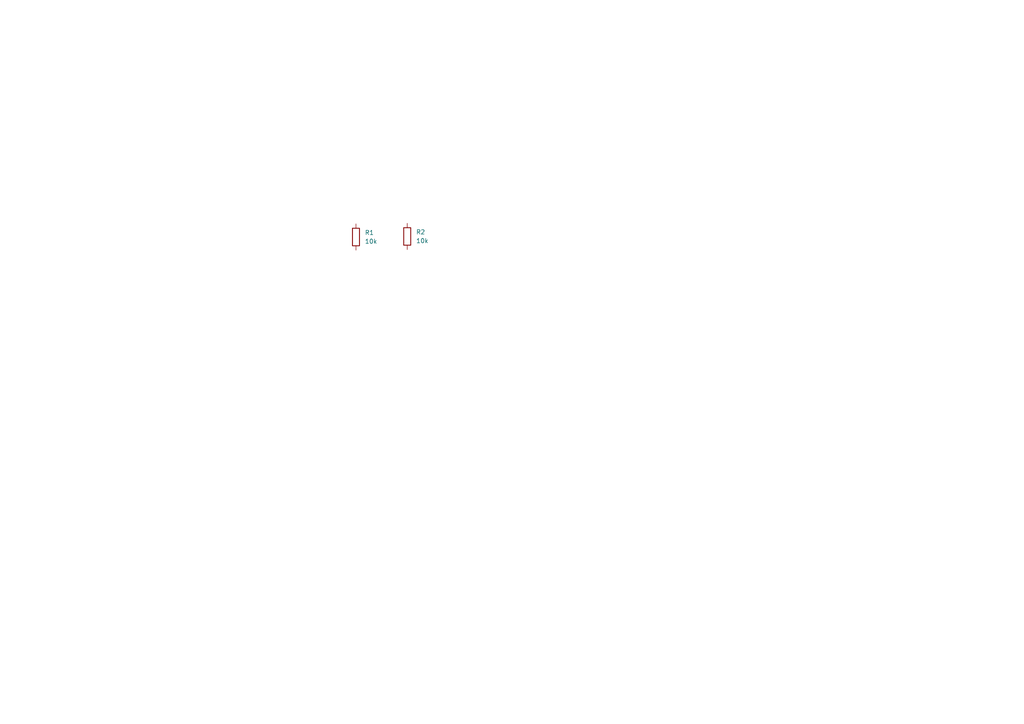
<source format=kicad_sch>
(kicad_sch (version 20250114) (generator "eeschema") (generator_version "9.0")
  (paper "A4")
  (lib_symbols
    (symbol "Device:R" (pin_numbers (hide yes)) (pin_names (offset 0))
      (property "Reference" "R" (at 2.032 0 90))
      (property "Value" "R" (at 0 0 90))
      (symbol "R_0_1"
        (rectangle (start -1.016 -2.54) (end 1.016 2.54) (stroke (width 0.254)))
      )
      (symbol "R_1_1"
        (pin passive line (at 0 3.81 270) (length 1.27) (name "~") (number "1"))
        (pin passive line (at 0 -3.81 90) (length 1.27) (name "~") (number "2"))
      )
    )
  )
  (symbol (lib_id "Device:R") (at 103.2456 68.7446 0) (unit 1)
    (property "Reference" "R1" (at 105.7856 67.4745 0) (effects (justify left)))
    (property "Value" "10k" (at 105.7856 70.0145 0) (effects (justify left)))
    (property "Footprint" "Resistor_SMD:R_0603_1608Metric" (effects (hide yes)))
    (property "Description" "Resistor" (effects (hide yes)))
  )
  (symbol (lib_id "Device:R") (at 118.11 68.58 0) (unit 1)
    (property "Reference" "R2" (at 120.65 67.3099 0) (effects (justify left)))
    (property "Value" "10k" (at 120.65 69.8499 0) (effects (justify left)))
    (property "Footprint" "Resistor_SMD:R_0603_1608Metric" (effects (hide yes)))
    (property "Description" "Resistor" (effects (hide yes)))
  )
)
</source>
